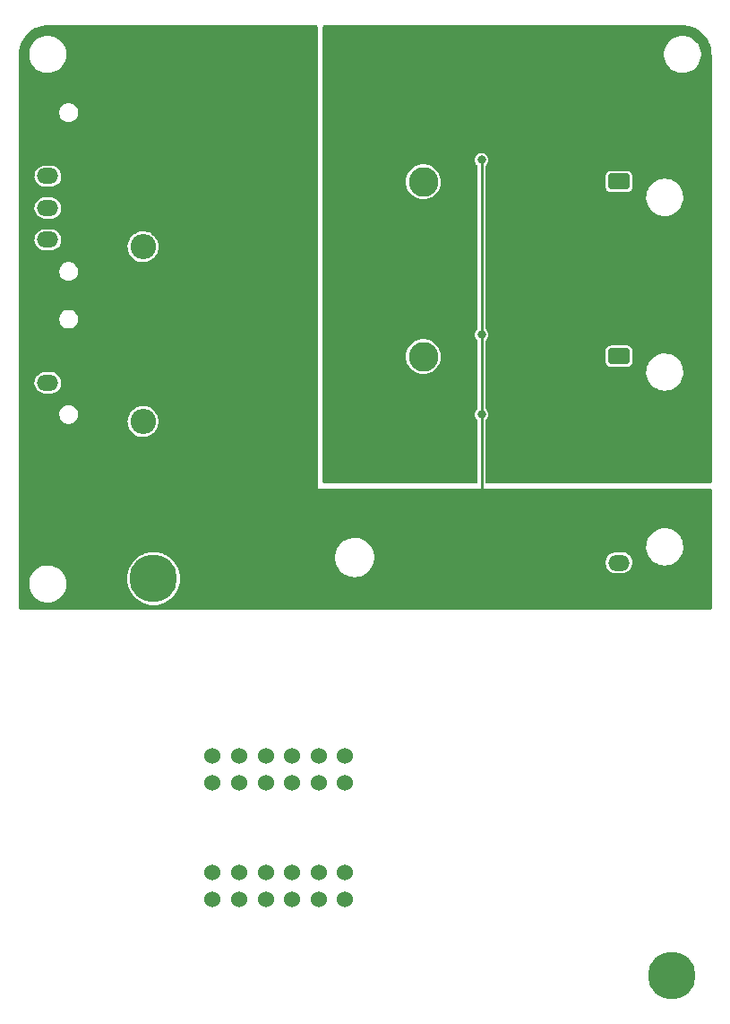
<source format=gbl>
G04 #@! TF.GenerationSoftware,KiCad,Pcbnew,(6.0.7)*
G04 #@! TF.CreationDate,2023-02-11T16:50:08-06:00*
G04 #@! TF.ProjectId,ContactorDriver,436f6e74-6163-4746-9f72-447269766572,rev?*
G04 #@! TF.SameCoordinates,Original*
G04 #@! TF.FileFunction,Copper,L2,Bot*
G04 #@! TF.FilePolarity,Positive*
%FSLAX46Y46*%
G04 Gerber Fmt 4.6, Leading zero omitted, Abs format (unit mm)*
G04 Created by KiCad (PCBNEW (6.0.7)) date 2023-02-11 16:50:08*
%MOMM*%
%LPD*%
G01*
G04 APERTURE LIST*
G04 Aperture macros list*
%AMRoundRect*
0 Rectangle with rounded corners*
0 $1 Rounding radius*
0 $2 $3 $4 $5 $6 $7 $8 $9 X,Y pos of 4 corners*
0 Add a 4 corners polygon primitive as box body*
4,1,4,$2,$3,$4,$5,$6,$7,$8,$9,$2,$3,0*
0 Add four circle primitives for the rounded corners*
1,1,$1+$1,$2,$3*
1,1,$1+$1,$4,$5*
1,1,$1+$1,$6,$7*
1,1,$1+$1,$8,$9*
0 Add four rect primitives between the rounded corners*
20,1,$1+$1,$2,$3,$4,$5,0*
20,1,$1+$1,$4,$5,$6,$7,0*
20,1,$1+$1,$6,$7,$8,$9,0*
20,1,$1+$1,$8,$9,$2,$3,0*%
G04 Aperture macros list end*
G04 #@! TA.AperFunction,ComponentPad*
%ADD10R,2.400000X2.400000*%
G04 #@! TD*
G04 #@! TA.AperFunction,ComponentPad*
%ADD11O,2.400000X2.400000*%
G04 #@! TD*
G04 #@! TA.AperFunction,ComponentPad*
%ADD12RoundRect,0.250001X-0.759999X0.499999X-0.759999X-0.499999X0.759999X-0.499999X0.759999X0.499999X0*%
G04 #@! TD*
G04 #@! TA.AperFunction,ComponentPad*
%ADD13O,2.020000X1.500000*%
G04 #@! TD*
G04 #@! TA.AperFunction,ComponentPad*
%ADD14C,2.800000*%
G04 #@! TD*
G04 #@! TA.AperFunction,ComponentPad*
%ADD15C,1.528064*%
G04 #@! TD*
G04 #@! TA.AperFunction,ComponentPad*
%ADD16C,4.500880*%
G04 #@! TD*
G04 #@! TA.AperFunction,ViaPad*
%ADD17C,0.800000*%
G04 #@! TD*
G04 #@! TA.AperFunction,Conductor*
%ADD18C,0.250000*%
G04 #@! TD*
G04 APERTURE END LIST*
D10*
X176000000Y-79000000D03*
D11*
X176000000Y-89160000D03*
D10*
X176000000Y-95500000D03*
D11*
X176000000Y-105660000D03*
D12*
X167000000Y-79500000D03*
D13*
X167000000Y-82500000D03*
X167000000Y-85500000D03*
X167000000Y-88500000D03*
D12*
X221000000Y-99500000D03*
D13*
X221000000Y-102500000D03*
D12*
X167000000Y-99000000D03*
D13*
X167000000Y-102000000D03*
D14*
X202500000Y-83025000D03*
X183000000Y-73250000D03*
X202600000Y-73250000D03*
X202500000Y-99525000D03*
D15*
X195088413Y-137250027D03*
X192588418Y-137250027D03*
X190088423Y-137250027D03*
X187588428Y-137250027D03*
X185088433Y-137250027D03*
X182588438Y-137250027D03*
X195088413Y-139750022D03*
X192588418Y-139750022D03*
X190088423Y-139750022D03*
X187588428Y-139750022D03*
X185088433Y-139750022D03*
X182588438Y-139750022D03*
X195088413Y-148250030D03*
X192588418Y-148250030D03*
X190088423Y-148250030D03*
X187588428Y-148250030D03*
X185088433Y-148250030D03*
X182588438Y-148250030D03*
X195088413Y-150750025D03*
X192588418Y-150750025D03*
X190088423Y-150750025D03*
X187588428Y-150750025D03*
X185088433Y-150750025D03*
X182588438Y-150750025D03*
D16*
X226000000Y-158000000D03*
D12*
X221000000Y-116000000D03*
D13*
X221000000Y-119000000D03*
D12*
X221000000Y-83000000D03*
D13*
X221000000Y-86000000D03*
D16*
X177000000Y-120500000D03*
D17*
X208000000Y-80975000D03*
X208000000Y-97475000D03*
X208000000Y-105000000D03*
X208000000Y-114000000D03*
D18*
X208000000Y-105000000D02*
X208000000Y-97475000D01*
X208000000Y-97475000D02*
X208000000Y-80975000D01*
X208000000Y-105000000D02*
X208000000Y-114000000D01*
G04 #@! TA.AperFunction,Conductor*
G36*
X192442121Y-68270502D02*
G01*
X192488614Y-68324158D01*
X192500000Y-68376500D01*
X192500000Y-112000000D01*
X229623500Y-112000000D01*
X229691621Y-112020002D01*
X229738114Y-112073658D01*
X229749500Y-112126000D01*
X229749500Y-123274000D01*
X229729498Y-123342121D01*
X229675842Y-123388614D01*
X229623500Y-123400000D01*
X164376500Y-123400000D01*
X164308379Y-123379998D01*
X164261886Y-123326342D01*
X164250500Y-123274000D01*
X164250500Y-121107165D01*
X165247866Y-121107165D01*
X165282952Y-121364970D01*
X165355758Y-121614757D01*
X165464686Y-121851039D01*
X165467246Y-121854944D01*
X165467249Y-121854949D01*
X165604775Y-122064712D01*
X165604779Y-122064717D01*
X165607341Y-122068625D01*
X165780591Y-122262735D01*
X165980629Y-122429105D01*
X166203061Y-122564080D01*
X166207375Y-122565889D01*
X166207377Y-122565890D01*
X166438686Y-122662886D01*
X166438691Y-122662888D01*
X166443001Y-122664695D01*
X166447533Y-122665846D01*
X166447536Y-122665847D01*
X166572815Y-122697663D01*
X166695177Y-122728739D01*
X166911286Y-122750500D01*
X167066044Y-122750500D01*
X167068369Y-122750327D01*
X167068375Y-122750327D01*
X167254814Y-122736472D01*
X167254818Y-122736471D01*
X167259466Y-122736126D01*
X167513232Y-122678705D01*
X167517586Y-122677012D01*
X167751370Y-122586098D01*
X167751372Y-122586097D01*
X167755723Y-122584405D01*
X167791285Y-122564080D01*
X167839038Y-122536786D01*
X167981612Y-122455299D01*
X168185936Y-122294223D01*
X168364208Y-122104714D01*
X168512511Y-121890937D01*
X168530258Y-121854949D01*
X168625521Y-121661775D01*
X168625522Y-121661772D01*
X168627586Y-121657587D01*
X168706906Y-121409792D01*
X168748728Y-121152994D01*
X168752134Y-120892835D01*
X168717048Y-120635030D01*
X168677690Y-120500000D01*
X174494115Y-120500000D01*
X174513875Y-120814071D01*
X174572842Y-121123188D01*
X174574069Y-121126964D01*
X174664469Y-121405186D01*
X174670087Y-121422478D01*
X174671774Y-121426064D01*
X174671776Y-121426068D01*
X174802388Y-121703633D01*
X174802392Y-121703640D01*
X174804076Y-121707219D01*
X174972696Y-121972922D01*
X175173288Y-122215396D01*
X175402689Y-122430818D01*
X175657280Y-122615789D01*
X175933046Y-122767393D01*
X176225639Y-122883238D01*
X176229473Y-122884223D01*
X176229478Y-122884224D01*
X176378042Y-122922369D01*
X176530444Y-122961499D01*
X176534372Y-122961995D01*
X176534376Y-122961996D01*
X176658260Y-122977646D01*
X176842654Y-123000940D01*
X177157346Y-123000940D01*
X177341740Y-122977646D01*
X177465624Y-122961996D01*
X177465628Y-122961995D01*
X177469556Y-122961499D01*
X177621959Y-122922368D01*
X177770522Y-122884224D01*
X177770527Y-122884223D01*
X177774361Y-122883238D01*
X178066954Y-122767393D01*
X178342720Y-122615789D01*
X178597311Y-122430818D01*
X178826712Y-122215396D01*
X179027304Y-121972922D01*
X179195924Y-121707219D01*
X179197608Y-121703640D01*
X179197612Y-121703633D01*
X179328224Y-121426068D01*
X179328226Y-121426064D01*
X179329913Y-121422478D01*
X179335532Y-121405186D01*
X179425931Y-121126964D01*
X179427158Y-121123188D01*
X179486125Y-120814071D01*
X179505885Y-120500000D01*
X179486125Y-120185929D01*
X179427158Y-119876812D01*
X179329913Y-119577522D01*
X179326795Y-119570895D01*
X179197612Y-119296367D01*
X179197608Y-119296360D01*
X179195924Y-119292781D01*
X179027304Y-119027078D01*
X178826712Y-118784604D01*
X178597311Y-118569182D01*
X178583501Y-118559148D01*
X178560029Y-118542095D01*
X194145028Y-118542095D01*
X194170534Y-118809431D01*
X194171619Y-118813865D01*
X194171620Y-118813871D01*
X194206227Y-118955299D01*
X194234364Y-119070285D01*
X194236076Y-119074511D01*
X194236077Y-119074515D01*
X194307231Y-119250184D01*
X194335182Y-119319192D01*
X194470875Y-119550938D01*
X194580873Y-119688484D01*
X194585225Y-119693925D01*
X194638601Y-119760669D01*
X194834846Y-119943991D01*
X194916165Y-120000404D01*
X195051746Y-120094461D01*
X195051751Y-120094464D01*
X195055499Y-120097064D01*
X195059584Y-120099096D01*
X195059587Y-120099098D01*
X195175719Y-120156872D01*
X195295938Y-120216680D01*
X195300272Y-120218101D01*
X195300275Y-120218102D01*
X195546793Y-120298915D01*
X195546798Y-120298916D01*
X195551126Y-120300335D01*
X195555617Y-120301115D01*
X195555618Y-120301115D01*
X195811936Y-120345620D01*
X195811944Y-120345621D01*
X195815717Y-120346276D01*
X195819554Y-120346467D01*
X195898996Y-120350422D01*
X195899004Y-120350422D01*
X195900567Y-120350500D01*
X196068223Y-120350500D01*
X196070491Y-120350335D01*
X196070503Y-120350335D01*
X196200823Y-120340879D01*
X196267846Y-120336016D01*
X196272301Y-120335032D01*
X196272304Y-120335032D01*
X196525620Y-120279105D01*
X196525624Y-120279104D01*
X196530080Y-120278120D01*
X196762954Y-120189892D01*
X196776941Y-120184593D01*
X196776944Y-120184592D01*
X196781211Y-120182975D01*
X197015976Y-120052574D01*
X197104362Y-119985120D01*
X197225833Y-119892417D01*
X197225837Y-119892413D01*
X197229458Y-119889650D01*
X197238195Y-119880713D01*
X197378424Y-119737265D01*
X197417185Y-119697614D01*
X197575225Y-119480491D01*
X197634659Y-119367525D01*
X197698140Y-119246868D01*
X197698143Y-119246862D01*
X197700265Y-119242828D01*
X197705241Y-119228739D01*
X197768668Y-119049126D01*
X219735541Y-119049126D01*
X219765935Y-119250097D01*
X219836119Y-119440852D01*
X219839479Y-119446272D01*
X219839480Y-119446273D01*
X219939863Y-119608176D01*
X219939866Y-119608180D01*
X219943226Y-119613599D01*
X219947612Y-119618237D01*
X220033612Y-119709179D01*
X220082881Y-119761280D01*
X220249379Y-119877863D01*
X220435919Y-119958586D01*
X220481947Y-119968202D01*
X220630144Y-119999162D01*
X220630149Y-119999163D01*
X220634880Y-120000151D01*
X220639762Y-120000407D01*
X220639871Y-120000413D01*
X220639887Y-120000413D01*
X220641539Y-120000500D01*
X221310800Y-120000500D01*
X221358793Y-119995625D01*
X221455868Y-119985765D01*
X221455870Y-119985765D01*
X221462216Y-119985120D01*
X221656172Y-119924338D01*
X221833944Y-119825797D01*
X221988271Y-119693523D01*
X222112848Y-119532919D01*
X222202587Y-119350545D01*
X222210754Y-119319192D01*
X222252212Y-119160034D01*
X222252212Y-119160031D01*
X222253822Y-119153852D01*
X222258434Y-119065851D01*
X222264125Y-118957256D01*
X222264125Y-118957252D01*
X222264459Y-118950874D01*
X222234065Y-118749903D01*
X222163881Y-118559148D01*
X222110345Y-118472802D01*
X222060137Y-118391824D01*
X222060134Y-118391820D01*
X222056774Y-118386401D01*
X221917119Y-118238720D01*
X221750621Y-118122137D01*
X221564081Y-118041414D01*
X221518053Y-118031798D01*
X221369856Y-118000838D01*
X221369851Y-118000837D01*
X221365120Y-117999849D01*
X221360238Y-117999593D01*
X221360129Y-117999587D01*
X221360113Y-117999587D01*
X221358461Y-117999500D01*
X220689200Y-117999500D01*
X220641207Y-118004375D01*
X220544132Y-118014235D01*
X220544130Y-118014235D01*
X220537784Y-118014880D01*
X220343828Y-118075662D01*
X220166056Y-118174203D01*
X220011729Y-118306477D01*
X219887152Y-118467081D01*
X219797413Y-118649455D01*
X219795804Y-118655633D01*
X219795803Y-118655635D01*
X219754586Y-118813871D01*
X219746178Y-118846148D01*
X219745844Y-118852527D01*
X219740610Y-118952407D01*
X219735541Y-119049126D01*
X197768668Y-119049126D01*
X197788165Y-118993916D01*
X197788165Y-118993915D01*
X197789688Y-118989603D01*
X197827628Y-118797114D01*
X197840739Y-118730594D01*
X197840740Y-118730588D01*
X197841620Y-118726122D01*
X197847664Y-118604714D01*
X197854745Y-118462474D01*
X197854745Y-118462468D01*
X197854972Y-118457905D01*
X197829466Y-118190569D01*
X197826479Y-118178359D01*
X197766721Y-117934149D01*
X197765636Y-117929715D01*
X197757567Y-117909792D01*
X197666531Y-117685037D01*
X197666531Y-117685036D01*
X197664818Y-117680808D01*
X197621698Y-117607165D01*
X223567866Y-117607165D01*
X223602952Y-117864970D01*
X223675758Y-118114757D01*
X223677718Y-118119010D01*
X223677719Y-118119011D01*
X223679160Y-118122137D01*
X223784686Y-118351039D01*
X223787246Y-118354944D01*
X223787249Y-118354949D01*
X223924775Y-118564712D01*
X223924779Y-118564717D01*
X223927341Y-118568625D01*
X224013966Y-118665680D01*
X224067913Y-118726122D01*
X224100591Y-118762735D01*
X224300629Y-118929105D01*
X224523061Y-119064080D01*
X224527375Y-119065889D01*
X224527377Y-119065890D01*
X224758686Y-119162886D01*
X224758691Y-119162888D01*
X224763001Y-119164695D01*
X224767533Y-119165846D01*
X224767536Y-119165847D01*
X224892815Y-119197663D01*
X225015177Y-119228739D01*
X225231286Y-119250500D01*
X225386044Y-119250500D01*
X225388369Y-119250327D01*
X225388375Y-119250327D01*
X225574814Y-119236472D01*
X225574818Y-119236471D01*
X225579466Y-119236126D01*
X225833232Y-119178705D01*
X225837586Y-119177012D01*
X226071370Y-119086098D01*
X226071372Y-119086097D01*
X226075723Y-119084405D01*
X226111285Y-119064080D01*
X226249434Y-118985121D01*
X226301612Y-118955299D01*
X226505936Y-118794223D01*
X226684208Y-118604714D01*
X226832511Y-118390937D01*
X226834579Y-118386744D01*
X226945521Y-118161775D01*
X226945522Y-118161772D01*
X226947586Y-118157587D01*
X226957762Y-118125799D01*
X227019109Y-117934149D01*
X227026906Y-117909792D01*
X227052420Y-117753132D01*
X227067977Y-117657606D01*
X227067977Y-117657605D01*
X227068728Y-117652994D01*
X227072134Y-117392835D01*
X227037048Y-117135030D01*
X227029855Y-117110350D01*
X227013258Y-117053410D01*
X226964242Y-116885243D01*
X226855314Y-116648961D01*
X226826637Y-116605221D01*
X226715225Y-116435288D01*
X226715221Y-116435283D01*
X226712659Y-116431375D01*
X226539409Y-116237265D01*
X226339371Y-116070895D01*
X226116939Y-115935920D01*
X226112623Y-115934110D01*
X225881314Y-115837114D01*
X225881309Y-115837112D01*
X225876999Y-115835305D01*
X225872467Y-115834154D01*
X225872464Y-115834153D01*
X225747185Y-115802337D01*
X225624823Y-115771261D01*
X225408714Y-115749500D01*
X225253956Y-115749500D01*
X225251631Y-115749673D01*
X225251625Y-115749673D01*
X225065186Y-115763528D01*
X225065182Y-115763529D01*
X225060534Y-115763874D01*
X224806768Y-115821295D01*
X224802416Y-115822987D01*
X224802414Y-115822988D01*
X224568630Y-115913902D01*
X224568628Y-115913903D01*
X224564277Y-115915595D01*
X224560223Y-115917912D01*
X224560221Y-115917913D01*
X224524467Y-115938348D01*
X224338388Y-116044701D01*
X224134064Y-116205777D01*
X223955792Y-116395286D01*
X223807489Y-116609063D01*
X223805423Y-116613253D01*
X223805421Y-116613256D01*
X223703841Y-116819242D01*
X223692414Y-116842413D01*
X223613094Y-117090208D01*
X223612344Y-117094814D01*
X223579070Y-117299127D01*
X223571272Y-117347006D01*
X223567866Y-117607165D01*
X197621698Y-117607165D01*
X197529125Y-117449062D01*
X197418211Y-117310371D01*
X197364251Y-117242897D01*
X197364250Y-117242895D01*
X197361399Y-117239331D01*
X197165154Y-117056009D01*
X197005436Y-116945208D01*
X196948254Y-116905539D01*
X196948249Y-116905536D01*
X196944501Y-116902936D01*
X196940416Y-116900904D01*
X196940413Y-116900902D01*
X196768560Y-116815407D01*
X196704062Y-116783320D01*
X196699728Y-116781899D01*
X196699725Y-116781898D01*
X196453207Y-116701085D01*
X196453202Y-116701084D01*
X196448874Y-116699665D01*
X196444382Y-116698885D01*
X196188064Y-116654380D01*
X196188056Y-116654379D01*
X196184283Y-116653724D01*
X196173898Y-116653207D01*
X196101004Y-116649578D01*
X196100996Y-116649578D01*
X196099433Y-116649500D01*
X195931777Y-116649500D01*
X195929509Y-116649665D01*
X195929497Y-116649665D01*
X195799177Y-116659121D01*
X195732154Y-116663984D01*
X195727699Y-116664968D01*
X195727696Y-116664968D01*
X195474380Y-116720895D01*
X195474376Y-116720896D01*
X195469920Y-116721880D01*
X195344355Y-116769452D01*
X195223059Y-116815407D01*
X195223056Y-116815408D01*
X195218789Y-116817025D01*
X194984024Y-116947426D01*
X194980392Y-116950198D01*
X194774167Y-117107583D01*
X194774163Y-117107587D01*
X194770542Y-117110350D01*
X194582815Y-117302386D01*
X194424775Y-117519509D01*
X194422651Y-117523547D01*
X194301860Y-117753132D01*
X194301857Y-117753138D01*
X194299735Y-117757172D01*
X194298215Y-117761477D01*
X194298213Y-117761481D01*
X194214160Y-117999500D01*
X194210312Y-118010397D01*
X194189743Y-118114757D01*
X194165310Y-118238720D01*
X194158380Y-118273878D01*
X194158153Y-118278431D01*
X194158153Y-118278434D01*
X194148992Y-118462474D01*
X194145028Y-118542095D01*
X178560029Y-118542095D01*
X178437880Y-118453349D01*
X178342720Y-118384211D01*
X178338268Y-118381763D01*
X178193770Y-118302325D01*
X178066954Y-118232607D01*
X177774361Y-118116762D01*
X177770527Y-118115777D01*
X177770522Y-118115776D01*
X177606845Y-118073751D01*
X177469556Y-118038501D01*
X177465628Y-118038005D01*
X177465624Y-118038004D01*
X177341740Y-118022354D01*
X177157346Y-117999060D01*
X176842654Y-117999060D01*
X176658260Y-118022354D01*
X176534376Y-118038004D01*
X176534372Y-118038005D01*
X176530444Y-118038501D01*
X176393155Y-118073751D01*
X176229478Y-118115776D01*
X176229473Y-118115777D01*
X176225639Y-118116762D01*
X175933046Y-118232607D01*
X175806230Y-118302325D01*
X175661733Y-118381763D01*
X175657280Y-118384211D01*
X175562120Y-118453349D01*
X175416500Y-118559148D01*
X175402689Y-118569182D01*
X175173288Y-118784604D01*
X174972696Y-119027078D01*
X174804076Y-119292781D01*
X174802392Y-119296360D01*
X174802388Y-119296367D01*
X174673205Y-119570895D01*
X174670087Y-119577522D01*
X174572842Y-119876812D01*
X174513875Y-120185929D01*
X174494115Y-120500000D01*
X168677690Y-120500000D01*
X168644242Y-120385243D01*
X168625976Y-120345620D01*
X168594111Y-120276502D01*
X168535314Y-120148961D01*
X168501289Y-120097064D01*
X168395225Y-119935288D01*
X168395221Y-119935283D01*
X168392659Y-119931375D01*
X168219409Y-119737265D01*
X168019371Y-119570895D01*
X167796939Y-119435920D01*
X167792623Y-119434110D01*
X167561314Y-119337114D01*
X167561309Y-119337112D01*
X167556999Y-119335305D01*
X167552467Y-119334154D01*
X167552464Y-119334153D01*
X167376380Y-119289434D01*
X167304823Y-119271261D01*
X167088714Y-119249500D01*
X166933956Y-119249500D01*
X166931631Y-119249673D01*
X166931625Y-119249673D01*
X166745186Y-119263528D01*
X166745182Y-119263529D01*
X166740534Y-119263874D01*
X166486768Y-119321295D01*
X166482416Y-119322987D01*
X166482414Y-119322988D01*
X166248630Y-119413902D01*
X166248628Y-119413903D01*
X166244277Y-119415595D01*
X166240223Y-119417912D01*
X166240221Y-119417913D01*
X166160962Y-119463214D01*
X166018388Y-119544701D01*
X165814064Y-119705777D01*
X165635792Y-119895286D01*
X165487489Y-120109063D01*
X165485423Y-120113253D01*
X165485421Y-120113256D01*
X165375569Y-120336016D01*
X165372414Y-120342413D01*
X165293094Y-120590208D01*
X165251272Y-120847006D01*
X165247866Y-121107165D01*
X164250500Y-121107165D01*
X164250500Y-105093070D01*
X168074500Y-105093070D01*
X168113200Y-105275142D01*
X168115883Y-105281168D01*
X168163124Y-105387272D01*
X168188910Y-105445189D01*
X168298320Y-105595779D01*
X168303230Y-105600200D01*
X168303231Y-105600201D01*
X168369645Y-105660000D01*
X168436649Y-105720331D01*
X168597851Y-105813401D01*
X168604137Y-105815443D01*
X168604136Y-105815443D01*
X168768601Y-105868881D01*
X168768602Y-105868881D01*
X168774880Y-105870921D01*
X168781443Y-105871611D01*
X168781444Y-105871611D01*
X168804808Y-105874067D01*
X168913589Y-105885500D01*
X169006411Y-105885500D01*
X169115192Y-105874067D01*
X169138556Y-105871611D01*
X169138557Y-105871611D01*
X169145120Y-105870921D01*
X169151398Y-105868881D01*
X169151399Y-105868881D01*
X169315864Y-105815443D01*
X169315863Y-105815443D01*
X169322149Y-105813401D01*
X169483351Y-105720331D01*
X169550356Y-105660000D01*
X169589849Y-105624440D01*
X174544963Y-105624440D01*
X174545260Y-105629592D01*
X174545260Y-105629596D01*
X174558396Y-105857403D01*
X174558397Y-105857409D01*
X174558694Y-105862562D01*
X174611131Y-106095245D01*
X174613075Y-106100032D01*
X174613076Y-106100036D01*
X174651960Y-106195795D01*
X174700867Y-106316239D01*
X174825493Y-106519609D01*
X174981660Y-106699894D01*
X175165176Y-106852252D01*
X175371112Y-106972591D01*
X175593937Y-107057680D01*
X175599005Y-107058711D01*
X175599008Y-107058712D01*
X175714267Y-107082162D01*
X175827666Y-107105233D01*
X175832839Y-107105423D01*
X175832842Y-107105423D01*
X176060861Y-107113784D01*
X176060865Y-107113784D01*
X176066025Y-107113973D01*
X176071146Y-107113317D01*
X176297489Y-107084321D01*
X176297490Y-107084321D01*
X176302609Y-107083665D01*
X176531068Y-107015125D01*
X176745264Y-106910191D01*
X176826492Y-106852252D01*
X176935242Y-106774681D01*
X176939445Y-106771683D01*
X177108397Y-106603320D01*
X177247582Y-106409623D01*
X177296106Y-106311444D01*
X177350969Y-106200437D01*
X177350970Y-106200435D01*
X177353263Y-106195795D01*
X177422600Y-105967577D01*
X177435594Y-105868881D01*
X177453296Y-105734421D01*
X177453297Y-105734414D01*
X177453733Y-105731099D01*
X177455471Y-105660000D01*
X177447755Y-105566143D01*
X177436351Y-105427435D01*
X177436350Y-105427429D01*
X177435927Y-105422284D01*
X177406874Y-105306618D01*
X177379080Y-105195963D01*
X177379079Y-105195959D01*
X177377821Y-105190952D01*
X177365415Y-105162420D01*
X177284772Y-104976953D01*
X177284770Y-104976950D01*
X177282712Y-104972216D01*
X177153155Y-104771951D01*
X177124360Y-104740305D01*
X176996107Y-104599358D01*
X176996105Y-104599357D01*
X176992629Y-104595536D01*
X176988578Y-104592337D01*
X176988574Y-104592333D01*
X176809500Y-104450909D01*
X176809496Y-104450907D01*
X176805445Y-104447707D01*
X176766125Y-104426001D01*
X176749682Y-104416924D01*
X176596631Y-104332436D01*
X176591762Y-104330712D01*
X176591758Y-104330710D01*
X176376663Y-104254541D01*
X176376661Y-104254540D01*
X176371794Y-104252817D01*
X176254383Y-104231903D01*
X176142060Y-104211894D01*
X176142056Y-104211894D01*
X176136972Y-104210988D01*
X176053140Y-104209964D01*
X175903640Y-104208137D01*
X175903638Y-104208137D01*
X175898471Y-104208074D01*
X175662698Y-104244153D01*
X175435982Y-104318255D01*
X175431394Y-104320643D01*
X175431390Y-104320645D01*
X175229003Y-104426001D01*
X175224414Y-104428390D01*
X175220281Y-104431493D01*
X175220278Y-104431495D01*
X175063153Y-104549469D01*
X175033675Y-104571602D01*
X174868887Y-104744042D01*
X174734475Y-104941082D01*
X174634051Y-105157428D01*
X174570309Y-105387272D01*
X174569760Y-105392409D01*
X174563549Y-105450531D01*
X174544963Y-105624440D01*
X169589849Y-105624440D01*
X169616769Y-105600201D01*
X169616770Y-105600200D01*
X169621680Y-105595779D01*
X169731090Y-105445189D01*
X169756877Y-105387272D01*
X169804117Y-105281168D01*
X169806800Y-105275142D01*
X169845500Y-105093070D01*
X169845500Y-104906930D01*
X169810878Y-104744042D01*
X169808172Y-104731311D01*
X169808171Y-104731307D01*
X169806800Y-104724858D01*
X169738566Y-104571602D01*
X169733775Y-104560841D01*
X169733774Y-104560839D01*
X169731090Y-104554811D01*
X169655601Y-104450909D01*
X169625563Y-104409565D01*
X169625561Y-104409563D01*
X169621680Y-104404221D01*
X169540038Y-104330710D01*
X169488259Y-104284088D01*
X169488258Y-104284087D01*
X169483351Y-104279669D01*
X169322149Y-104186599D01*
X169248661Y-104162722D01*
X169151399Y-104131119D01*
X169151398Y-104131119D01*
X169145120Y-104129079D01*
X169138557Y-104128389D01*
X169138556Y-104128389D01*
X169115192Y-104125933D01*
X169006411Y-104114500D01*
X168913589Y-104114500D01*
X168804808Y-104125933D01*
X168781444Y-104128389D01*
X168781443Y-104128389D01*
X168774880Y-104129079D01*
X168768602Y-104131119D01*
X168768601Y-104131119D01*
X168671339Y-104162722D01*
X168597851Y-104186599D01*
X168436649Y-104279669D01*
X168431742Y-104284087D01*
X168431741Y-104284088D01*
X168379962Y-104330710D01*
X168298320Y-104404221D01*
X168294439Y-104409563D01*
X168294437Y-104409565D01*
X168264399Y-104450909D01*
X168188910Y-104554811D01*
X168186226Y-104560839D01*
X168186225Y-104560841D01*
X168181434Y-104571602D01*
X168113200Y-104724858D01*
X168111829Y-104731307D01*
X168111828Y-104731311D01*
X168109122Y-104744042D01*
X168074500Y-104906930D01*
X168074500Y-105093070D01*
X164250500Y-105093070D01*
X164250500Y-102049126D01*
X165735541Y-102049126D01*
X165765935Y-102250097D01*
X165836119Y-102440852D01*
X165839479Y-102446272D01*
X165839480Y-102446273D01*
X165939863Y-102608176D01*
X165939866Y-102608180D01*
X165943226Y-102613599D01*
X165947612Y-102618237D01*
X166052109Y-102728739D01*
X166082881Y-102761280D01*
X166249379Y-102877863D01*
X166435919Y-102958586D01*
X166481947Y-102968202D01*
X166630144Y-102999162D01*
X166630149Y-102999163D01*
X166634880Y-103000151D01*
X166639762Y-103000407D01*
X166639871Y-103000413D01*
X166639887Y-103000413D01*
X166641539Y-103000500D01*
X167310800Y-103000500D01*
X167358793Y-102995625D01*
X167455868Y-102985765D01*
X167455870Y-102985765D01*
X167462216Y-102985120D01*
X167656172Y-102924338D01*
X167833944Y-102825797D01*
X167988271Y-102693523D01*
X168112848Y-102532919D01*
X168202587Y-102350545D01*
X168228752Y-102250097D01*
X168252212Y-102160034D01*
X168252212Y-102160031D01*
X168253822Y-102153852D01*
X168264459Y-101950874D01*
X168234065Y-101749903D01*
X168229951Y-101738720D01*
X168184341Y-101614757D01*
X168163881Y-101559148D01*
X168136434Y-101514880D01*
X168060137Y-101391824D01*
X168060134Y-101391820D01*
X168056774Y-101386401D01*
X167917119Y-101238720D01*
X167750621Y-101122137D01*
X167564081Y-101041414D01*
X167518053Y-101031798D01*
X167369856Y-101000838D01*
X167369851Y-101000837D01*
X167365120Y-100999849D01*
X167360238Y-100999593D01*
X167360129Y-100999587D01*
X167360113Y-100999587D01*
X167358461Y-100999500D01*
X166689200Y-100999500D01*
X166641207Y-101004375D01*
X166544132Y-101014235D01*
X166544130Y-101014235D01*
X166537784Y-101014880D01*
X166343828Y-101075662D01*
X166166056Y-101174203D01*
X166011729Y-101306477D01*
X165887152Y-101467081D01*
X165838903Y-101565137D01*
X165814487Y-101614757D01*
X165797413Y-101649455D01*
X165795804Y-101655633D01*
X165795803Y-101655635D01*
X165756512Y-101806477D01*
X165746178Y-101846148D01*
X165745844Y-101852527D01*
X165739841Y-101967081D01*
X165735541Y-102049126D01*
X164250500Y-102049126D01*
X164250500Y-96093070D01*
X168074500Y-96093070D01*
X168113200Y-96275142D01*
X168188910Y-96445189D01*
X168298320Y-96595779D01*
X168436649Y-96720331D01*
X168597851Y-96813401D01*
X168604137Y-96815443D01*
X168604136Y-96815443D01*
X168768601Y-96868881D01*
X168768602Y-96868881D01*
X168774880Y-96870921D01*
X168781443Y-96871611D01*
X168781444Y-96871611D01*
X168804808Y-96874067D01*
X168913589Y-96885500D01*
X169006411Y-96885500D01*
X169115192Y-96874067D01*
X169138556Y-96871611D01*
X169138557Y-96871611D01*
X169145120Y-96870921D01*
X169151398Y-96868881D01*
X169151399Y-96868881D01*
X169315864Y-96815443D01*
X169315863Y-96815443D01*
X169322149Y-96813401D01*
X169483351Y-96720331D01*
X169621680Y-96595779D01*
X169731090Y-96445189D01*
X169806800Y-96275142D01*
X169845500Y-96093070D01*
X169845500Y-95906930D01*
X169806800Y-95724858D01*
X169731090Y-95554811D01*
X169621680Y-95404221D01*
X169483351Y-95279669D01*
X169322149Y-95186599D01*
X169248661Y-95162722D01*
X169151399Y-95131119D01*
X169151398Y-95131119D01*
X169145120Y-95129079D01*
X169138557Y-95128389D01*
X169138556Y-95128389D01*
X169115192Y-95125933D01*
X169006411Y-95114500D01*
X168913589Y-95114500D01*
X168804808Y-95125933D01*
X168781444Y-95128389D01*
X168781443Y-95128389D01*
X168774880Y-95129079D01*
X168768602Y-95131119D01*
X168768601Y-95131119D01*
X168671339Y-95162722D01*
X168597851Y-95186599D01*
X168436649Y-95279669D01*
X168298320Y-95404221D01*
X168188910Y-95554811D01*
X168113200Y-95724858D01*
X168074500Y-95906930D01*
X168074500Y-96093070D01*
X164250500Y-96093070D01*
X164250500Y-91593070D01*
X168074500Y-91593070D01*
X168113200Y-91775142D01*
X168188910Y-91945189D01*
X168298320Y-92095779D01*
X168436649Y-92220331D01*
X168597851Y-92313401D01*
X168604137Y-92315443D01*
X168604136Y-92315443D01*
X168768601Y-92368881D01*
X168768602Y-92368881D01*
X168774880Y-92370921D01*
X168781443Y-92371611D01*
X168781444Y-92371611D01*
X168804808Y-92374067D01*
X168913589Y-92385500D01*
X169006411Y-92385500D01*
X169115192Y-92374067D01*
X169138556Y-92371611D01*
X169138557Y-92371611D01*
X169145120Y-92370921D01*
X169151398Y-92368881D01*
X169151399Y-92368881D01*
X169315864Y-92315443D01*
X169315863Y-92315443D01*
X169322149Y-92313401D01*
X169483351Y-92220331D01*
X169621680Y-92095779D01*
X169731090Y-91945189D01*
X169806800Y-91775142D01*
X169845500Y-91593070D01*
X169845500Y-91406930D01*
X169806800Y-91224858D01*
X169731090Y-91054811D01*
X169621680Y-90904221D01*
X169483351Y-90779669D01*
X169322149Y-90686599D01*
X169248661Y-90662722D01*
X169151399Y-90631119D01*
X169151398Y-90631119D01*
X169145120Y-90629079D01*
X169138557Y-90628389D01*
X169138556Y-90628389D01*
X169115192Y-90625933D01*
X169006411Y-90614500D01*
X168913589Y-90614500D01*
X168804808Y-90625933D01*
X168781444Y-90628389D01*
X168781443Y-90628389D01*
X168774880Y-90629079D01*
X168768602Y-90631119D01*
X168768601Y-90631119D01*
X168671339Y-90662722D01*
X168597851Y-90686599D01*
X168436649Y-90779669D01*
X168298320Y-90904221D01*
X168188910Y-91054811D01*
X168113200Y-91224858D01*
X168074500Y-91406930D01*
X168074500Y-91593070D01*
X164250500Y-91593070D01*
X164250500Y-88549126D01*
X165735541Y-88549126D01*
X165765935Y-88750097D01*
X165836119Y-88940852D01*
X165839479Y-88946272D01*
X165839480Y-88946273D01*
X165939863Y-89108176D01*
X165939866Y-89108180D01*
X165943226Y-89113599D01*
X166082881Y-89261280D01*
X166249379Y-89377863D01*
X166435919Y-89458586D01*
X166454420Y-89462451D01*
X166630144Y-89499162D01*
X166630149Y-89499163D01*
X166634880Y-89500151D01*
X166639762Y-89500407D01*
X166639871Y-89500413D01*
X166639887Y-89500413D01*
X166641539Y-89500500D01*
X167310800Y-89500500D01*
X167358793Y-89495625D01*
X167455868Y-89485765D01*
X167455870Y-89485765D01*
X167462216Y-89485120D01*
X167656172Y-89424338D01*
X167833944Y-89325797D01*
X167988271Y-89193523D01*
X168041857Y-89124440D01*
X174544963Y-89124440D01*
X174545260Y-89129592D01*
X174545260Y-89129596D01*
X174558396Y-89357403D01*
X174558397Y-89357409D01*
X174558694Y-89362562D01*
X174611131Y-89595245D01*
X174613075Y-89600032D01*
X174613076Y-89600036D01*
X174651960Y-89695795D01*
X174700867Y-89816239D01*
X174825493Y-90019609D01*
X174981660Y-90199894D01*
X175165176Y-90352252D01*
X175371112Y-90472591D01*
X175593937Y-90557680D01*
X175599005Y-90558711D01*
X175599008Y-90558712D01*
X175714267Y-90582162D01*
X175827666Y-90605233D01*
X175832839Y-90605423D01*
X175832842Y-90605423D01*
X176060861Y-90613784D01*
X176060865Y-90613784D01*
X176066025Y-90613973D01*
X176071146Y-90613317D01*
X176297489Y-90584321D01*
X176297490Y-90584321D01*
X176302609Y-90583665D01*
X176531068Y-90515125D01*
X176745264Y-90410191D01*
X176826492Y-90352252D01*
X176935242Y-90274681D01*
X176939445Y-90271683D01*
X177108397Y-90103320D01*
X177247582Y-89909623D01*
X177296106Y-89811444D01*
X177350969Y-89700437D01*
X177350970Y-89700435D01*
X177353263Y-89695795D01*
X177412627Y-89500404D01*
X177421098Y-89472521D01*
X177421098Y-89472520D01*
X177422600Y-89467577D01*
X177428293Y-89424338D01*
X177453296Y-89234421D01*
X177453297Y-89234414D01*
X177453733Y-89231099D01*
X177455471Y-89160000D01*
X177444553Y-89027198D01*
X177436351Y-88927435D01*
X177436350Y-88927429D01*
X177435927Y-88922284D01*
X177392677Y-88750097D01*
X177379080Y-88695963D01*
X177379079Y-88695959D01*
X177377821Y-88690952D01*
X177365415Y-88662420D01*
X177284772Y-88476953D01*
X177284770Y-88476950D01*
X177282712Y-88472216D01*
X177153155Y-88271951D01*
X177124360Y-88240305D01*
X176996107Y-88099358D01*
X176996105Y-88099357D01*
X176992629Y-88095536D01*
X176988578Y-88092337D01*
X176988574Y-88092333D01*
X176809500Y-87950909D01*
X176809496Y-87950907D01*
X176805445Y-87947707D01*
X176766125Y-87926001D01*
X176749682Y-87916924D01*
X176596631Y-87832436D01*
X176591762Y-87830712D01*
X176591758Y-87830710D01*
X176376663Y-87754541D01*
X176376661Y-87754540D01*
X176371794Y-87752817D01*
X176254383Y-87731903D01*
X176142060Y-87711894D01*
X176142056Y-87711894D01*
X176136972Y-87710988D01*
X176053140Y-87709964D01*
X175903640Y-87708137D01*
X175903638Y-87708137D01*
X175898471Y-87708074D01*
X175662698Y-87744153D01*
X175435982Y-87818255D01*
X175431394Y-87820643D01*
X175431390Y-87820645D01*
X175229003Y-87926001D01*
X175224414Y-87928390D01*
X175220281Y-87931493D01*
X175220278Y-87931495D01*
X175037810Y-88068497D01*
X175033675Y-88071602D01*
X174868887Y-88244042D01*
X174734475Y-88441082D01*
X174634051Y-88657428D01*
X174570309Y-88887272D01*
X174569760Y-88892409D01*
X174545626Y-89118237D01*
X174544963Y-89124440D01*
X168041857Y-89124440D01*
X168112848Y-89032919D01*
X168202587Y-88850545D01*
X168228752Y-88750097D01*
X168252212Y-88660034D01*
X168252212Y-88660031D01*
X168253822Y-88653852D01*
X168259645Y-88542744D01*
X168264125Y-88457256D01*
X168264125Y-88457252D01*
X168264459Y-88450874D01*
X168234065Y-88249903D01*
X168163881Y-88059148D01*
X168110345Y-87972802D01*
X168060137Y-87891824D01*
X168060134Y-87891820D01*
X168056774Y-87886401D01*
X167929593Y-87751911D01*
X167921508Y-87743361D01*
X167921507Y-87743360D01*
X167917119Y-87738720D01*
X167750621Y-87622137D01*
X167564081Y-87541414D01*
X167518053Y-87531798D01*
X167369856Y-87500838D01*
X167369851Y-87500837D01*
X167365120Y-87499849D01*
X167360238Y-87499593D01*
X167360129Y-87499587D01*
X167360113Y-87499587D01*
X167358461Y-87499500D01*
X166689200Y-87499500D01*
X166641207Y-87504375D01*
X166544132Y-87514235D01*
X166544130Y-87514235D01*
X166537784Y-87514880D01*
X166343828Y-87575662D01*
X166166056Y-87674203D01*
X166011729Y-87806477D01*
X166007822Y-87811514D01*
X166007820Y-87811516D01*
X166002593Y-87818255D01*
X165887152Y-87967081D01*
X165797413Y-88149455D01*
X165795804Y-88155633D01*
X165795803Y-88155635D01*
X165764374Y-88276294D01*
X165746178Y-88346148D01*
X165735541Y-88549126D01*
X164250500Y-88549126D01*
X164250500Y-85549126D01*
X165735541Y-85549126D01*
X165765935Y-85750097D01*
X165836119Y-85940852D01*
X165839479Y-85946272D01*
X165839480Y-85946273D01*
X165939863Y-86108176D01*
X165939866Y-86108180D01*
X165943226Y-86113599D01*
X165947612Y-86118237D01*
X166052109Y-86228739D01*
X166082881Y-86261280D01*
X166249379Y-86377863D01*
X166435919Y-86458586D01*
X166481947Y-86468202D01*
X166630144Y-86499162D01*
X166630149Y-86499163D01*
X166634880Y-86500151D01*
X166639762Y-86500407D01*
X166639871Y-86500413D01*
X166639887Y-86500413D01*
X166641539Y-86500500D01*
X167310800Y-86500500D01*
X167358793Y-86495625D01*
X167455868Y-86485765D01*
X167455870Y-86485765D01*
X167462216Y-86485120D01*
X167656172Y-86424338D01*
X167833944Y-86325797D01*
X167988271Y-86193523D01*
X168112848Y-86032919D01*
X168202587Y-85850545D01*
X168228752Y-85750097D01*
X168252212Y-85660034D01*
X168252212Y-85660031D01*
X168253822Y-85653852D01*
X168264459Y-85450874D01*
X168234065Y-85249903D01*
X168229951Y-85238720D01*
X168184341Y-85114757D01*
X168163881Y-85059148D01*
X168136434Y-85014880D01*
X168060137Y-84891824D01*
X168060134Y-84891820D01*
X168056774Y-84886401D01*
X167917119Y-84738720D01*
X167750621Y-84622137D01*
X167564081Y-84541414D01*
X167518053Y-84531798D01*
X167369856Y-84500838D01*
X167369851Y-84500837D01*
X167365120Y-84499849D01*
X167360238Y-84499593D01*
X167360129Y-84499587D01*
X167360113Y-84499587D01*
X167358461Y-84499500D01*
X166689200Y-84499500D01*
X166641207Y-84504375D01*
X166544132Y-84514235D01*
X166544130Y-84514235D01*
X166537784Y-84514880D01*
X166343828Y-84575662D01*
X166166056Y-84674203D01*
X166011729Y-84806477D01*
X165887152Y-84967081D01*
X165838903Y-85065137D01*
X165814487Y-85114757D01*
X165797413Y-85149455D01*
X165795804Y-85155633D01*
X165795803Y-85155635D01*
X165756512Y-85306477D01*
X165746178Y-85346148D01*
X165745844Y-85352527D01*
X165739841Y-85467081D01*
X165735541Y-85549126D01*
X164250500Y-85549126D01*
X164250500Y-82549126D01*
X165735541Y-82549126D01*
X165765935Y-82750097D01*
X165836119Y-82940852D01*
X165839479Y-82946272D01*
X165839480Y-82946273D01*
X165939863Y-83108176D01*
X165939866Y-83108180D01*
X165943226Y-83113599D01*
X166082881Y-83261280D01*
X166249379Y-83377863D01*
X166435919Y-83458586D01*
X166481947Y-83468202D01*
X166630144Y-83499162D01*
X166630149Y-83499163D01*
X166634880Y-83500151D01*
X166639762Y-83500407D01*
X166639871Y-83500413D01*
X166639887Y-83500413D01*
X166641539Y-83500500D01*
X167310800Y-83500500D01*
X167358793Y-83495625D01*
X167455868Y-83485765D01*
X167455870Y-83485765D01*
X167462216Y-83485120D01*
X167656172Y-83424338D01*
X167833944Y-83325797D01*
X167988271Y-83193523D01*
X168112848Y-83032919D01*
X168202587Y-82850545D01*
X168228752Y-82750097D01*
X168252212Y-82660034D01*
X168252212Y-82660031D01*
X168253822Y-82653852D01*
X168264459Y-82450874D01*
X168234065Y-82249903D01*
X168163881Y-82059148D01*
X168159362Y-82051860D01*
X168060137Y-81891824D01*
X168060134Y-81891820D01*
X168056774Y-81886401D01*
X167917119Y-81738720D01*
X167750621Y-81622137D01*
X167564081Y-81541414D01*
X167518053Y-81531798D01*
X167369856Y-81500838D01*
X167369851Y-81500837D01*
X167365120Y-81499849D01*
X167360238Y-81499593D01*
X167360129Y-81499587D01*
X167360113Y-81499587D01*
X167358461Y-81499500D01*
X166689200Y-81499500D01*
X166641207Y-81504375D01*
X166544132Y-81514235D01*
X166544130Y-81514235D01*
X166537784Y-81514880D01*
X166343828Y-81575662D01*
X166166056Y-81674203D01*
X166011729Y-81806477D01*
X165887152Y-81967081D01*
X165797413Y-82149455D01*
X165795804Y-82155633D01*
X165795803Y-82155635D01*
X165769603Y-82256220D01*
X165746178Y-82346148D01*
X165741924Y-82427328D01*
X165737414Y-82513390D01*
X165735541Y-82549126D01*
X164250500Y-82549126D01*
X164250500Y-76593070D01*
X168074500Y-76593070D01*
X168113200Y-76775142D01*
X168188910Y-76945189D01*
X168298320Y-77095779D01*
X168436649Y-77220331D01*
X168597851Y-77313401D01*
X168604137Y-77315443D01*
X168604136Y-77315443D01*
X168768601Y-77368881D01*
X168768602Y-77368881D01*
X168774880Y-77370921D01*
X168781443Y-77371611D01*
X168781444Y-77371611D01*
X168804808Y-77374067D01*
X168913589Y-77385500D01*
X169006411Y-77385500D01*
X169115192Y-77374067D01*
X169138556Y-77371611D01*
X169138557Y-77371611D01*
X169145120Y-77370921D01*
X169151398Y-77368881D01*
X169151399Y-77368881D01*
X169315864Y-77315443D01*
X169315863Y-77315443D01*
X169322149Y-77313401D01*
X169483351Y-77220331D01*
X169621680Y-77095779D01*
X169731090Y-76945189D01*
X169806800Y-76775142D01*
X169845500Y-76593070D01*
X169845500Y-76406930D01*
X169806800Y-76224858D01*
X169731090Y-76054811D01*
X169621680Y-75904221D01*
X169483351Y-75779669D01*
X169322149Y-75686599D01*
X169248661Y-75662722D01*
X169151399Y-75631119D01*
X169151398Y-75631119D01*
X169145120Y-75629079D01*
X169138557Y-75628389D01*
X169138556Y-75628389D01*
X169115192Y-75625933D01*
X169006411Y-75614500D01*
X168913589Y-75614500D01*
X168804808Y-75625933D01*
X168781444Y-75628389D01*
X168781443Y-75628389D01*
X168774880Y-75629079D01*
X168768602Y-75631119D01*
X168768601Y-75631119D01*
X168671339Y-75662722D01*
X168597851Y-75686599D01*
X168436649Y-75779669D01*
X168298320Y-75904221D01*
X168188910Y-76054811D01*
X168113200Y-76224858D01*
X168074500Y-76406930D01*
X168074500Y-76593070D01*
X164250500Y-76593070D01*
X164250500Y-71107165D01*
X165247866Y-71107165D01*
X165282952Y-71364970D01*
X165355758Y-71614757D01*
X165464686Y-71851039D01*
X165467246Y-71854944D01*
X165467249Y-71854949D01*
X165604775Y-72064712D01*
X165604779Y-72064717D01*
X165607341Y-72068625D01*
X165780591Y-72262735D01*
X165980629Y-72429105D01*
X166203061Y-72564080D01*
X166207375Y-72565889D01*
X166207377Y-72565890D01*
X166438686Y-72662886D01*
X166438691Y-72662888D01*
X166443001Y-72664695D01*
X166447533Y-72665846D01*
X166447536Y-72665847D01*
X166572815Y-72697663D01*
X166695177Y-72728739D01*
X166911286Y-72750500D01*
X167066044Y-72750500D01*
X167068369Y-72750327D01*
X167068375Y-72750327D01*
X167254814Y-72736472D01*
X167254818Y-72736471D01*
X167259466Y-72736126D01*
X167513232Y-72678705D01*
X167517586Y-72677012D01*
X167751370Y-72586098D01*
X167751372Y-72586097D01*
X167755723Y-72584405D01*
X167791285Y-72564080D01*
X167839038Y-72536786D01*
X167981612Y-72455299D01*
X168185936Y-72294223D01*
X168364208Y-72104714D01*
X168512511Y-71890937D01*
X168530258Y-71854949D01*
X168625521Y-71661775D01*
X168625522Y-71661772D01*
X168627586Y-71657587D01*
X168706906Y-71409792D01*
X168748728Y-71152994D01*
X168752134Y-70892835D01*
X168717048Y-70635030D01*
X168644242Y-70385243D01*
X168535314Y-70148961D01*
X168502359Y-70098696D01*
X168395225Y-69935288D01*
X168395221Y-69935283D01*
X168392659Y-69931375D01*
X168306034Y-69834320D01*
X168222526Y-69740757D01*
X168222524Y-69740755D01*
X168219409Y-69737265D01*
X168019371Y-69570895D01*
X167796939Y-69435920D01*
X167792623Y-69434110D01*
X167561314Y-69337114D01*
X167561309Y-69337112D01*
X167556999Y-69335305D01*
X167552467Y-69334154D01*
X167552464Y-69334153D01*
X167427185Y-69302337D01*
X167304823Y-69271261D01*
X167088714Y-69249500D01*
X166933956Y-69249500D01*
X166931631Y-69249673D01*
X166931625Y-69249673D01*
X166745186Y-69263528D01*
X166745182Y-69263529D01*
X166740534Y-69263874D01*
X166486768Y-69321295D01*
X166482416Y-69322987D01*
X166482414Y-69322988D01*
X166248630Y-69413902D01*
X166248628Y-69413903D01*
X166244277Y-69415595D01*
X166240223Y-69417912D01*
X166240221Y-69417913D01*
X166204467Y-69438348D01*
X166018388Y-69544701D01*
X165814064Y-69705777D01*
X165635792Y-69895286D01*
X165487489Y-70109063D01*
X165485423Y-70113253D01*
X165485421Y-70113256D01*
X165465720Y-70153207D01*
X165372414Y-70342413D01*
X165370992Y-70346856D01*
X165370991Y-70346858D01*
X165358704Y-70385243D01*
X165293094Y-70590208D01*
X165251272Y-70847006D01*
X165247866Y-71107165D01*
X164250500Y-71107165D01*
X164250500Y-71037085D01*
X164252921Y-71012504D01*
X164252987Y-71012171D01*
X164255408Y-71000000D01*
X164252988Y-70987831D01*
X164252988Y-70975419D01*
X164253224Y-70975419D01*
X164252477Y-70964794D01*
X164256256Y-70897512D01*
X164267392Y-70699215D01*
X164268973Y-70685178D01*
X164285110Y-70590208D01*
X164318251Y-70395155D01*
X164321395Y-70381380D01*
X164402835Y-70098696D01*
X164407502Y-70085359D01*
X164520078Y-69813574D01*
X164526209Y-69800843D01*
X164561348Y-69737265D01*
X164653297Y-69570895D01*
X164668510Y-69543370D01*
X164676027Y-69531407D01*
X164815168Y-69335305D01*
X164846258Y-69291487D01*
X164855067Y-69280441D01*
X164862241Y-69272414D01*
X165051096Y-69061085D01*
X165061086Y-69051095D01*
X165280441Y-68855067D01*
X165291489Y-68846257D01*
X165531407Y-68676027D01*
X165543370Y-68668510D01*
X165645486Y-68612072D01*
X165800847Y-68526207D01*
X165813570Y-68520080D01*
X165918656Y-68476552D01*
X166085359Y-68407502D01*
X166098696Y-68402835D01*
X166381380Y-68321395D01*
X166395155Y-68318251D01*
X166540167Y-68293612D01*
X166685183Y-68268972D01*
X166699215Y-68267392D01*
X166964798Y-68252477D01*
X166975419Y-68253224D01*
X166975419Y-68252988D01*
X166987831Y-68252988D01*
X167000000Y-68255408D01*
X167012199Y-68252982D01*
X167012504Y-68252921D01*
X167037085Y-68250500D01*
X192374000Y-68250500D01*
X192442121Y-68270502D01*
G37*
G04 #@! TD.AperFunction*
G04 #@! TA.AperFunction,Conductor*
G36*
X226987496Y-68252921D02*
G01*
X226987801Y-68252982D01*
X227000000Y-68255408D01*
X227012169Y-68252988D01*
X227024581Y-68252988D01*
X227024581Y-68253224D01*
X227035202Y-68252477D01*
X227300785Y-68267392D01*
X227314817Y-68268972D01*
X227459834Y-68293612D01*
X227604845Y-68318251D01*
X227618620Y-68321395D01*
X227901304Y-68402835D01*
X227914641Y-68407502D01*
X228081344Y-68476552D01*
X228186430Y-68520080D01*
X228199153Y-68526207D01*
X228354514Y-68612072D01*
X228456630Y-68668510D01*
X228468593Y-68676027D01*
X228708511Y-68846257D01*
X228719559Y-68855067D01*
X228938914Y-69051095D01*
X228948904Y-69061085D01*
X229137760Y-69272414D01*
X229144933Y-69280441D01*
X229153742Y-69291487D01*
X229184832Y-69335305D01*
X229323973Y-69531407D01*
X229331490Y-69543370D01*
X229346703Y-69570895D01*
X229438653Y-69737265D01*
X229473791Y-69800843D01*
X229479922Y-69813574D01*
X229592498Y-70085359D01*
X229597165Y-70098696D01*
X229678605Y-70381380D01*
X229681749Y-70395155D01*
X229714891Y-70590208D01*
X229731027Y-70685178D01*
X229732608Y-70699215D01*
X229743745Y-70897512D01*
X229747523Y-70964794D01*
X229746776Y-70975419D01*
X229747012Y-70975419D01*
X229747012Y-70987831D01*
X229744592Y-71000000D01*
X229747013Y-71012171D01*
X229747079Y-71012504D01*
X229749500Y-71037085D01*
X229749500Y-111374000D01*
X229729498Y-111442121D01*
X229675842Y-111488614D01*
X229623500Y-111500000D01*
X208501500Y-111500000D01*
X208433379Y-111479998D01*
X208386886Y-111426342D01*
X208375500Y-111374000D01*
X208375500Y-105592886D01*
X208395502Y-105524765D01*
X208419669Y-105497075D01*
X208476576Y-105448472D01*
X208476577Y-105448471D01*
X208482348Y-105443542D01*
X208574224Y-105315683D01*
X208632950Y-105169598D01*
X208655134Y-105013723D01*
X208655278Y-105000000D01*
X208636363Y-104843694D01*
X208580710Y-104696412D01*
X208491531Y-104566657D01*
X208417681Y-104500859D01*
X208380125Y-104440609D01*
X208375500Y-104406783D01*
X208375500Y-101107165D01*
X223567866Y-101107165D01*
X223602952Y-101364970D01*
X223675758Y-101614757D01*
X223784686Y-101851039D01*
X223787246Y-101854944D01*
X223787249Y-101854949D01*
X223924775Y-102064712D01*
X223924779Y-102064717D01*
X223927341Y-102068625D01*
X224100591Y-102262735D01*
X224300629Y-102429105D01*
X224523061Y-102564080D01*
X224527375Y-102565889D01*
X224527377Y-102565890D01*
X224758686Y-102662886D01*
X224758691Y-102662888D01*
X224763001Y-102664695D01*
X224767533Y-102665846D01*
X224767536Y-102665847D01*
X224892815Y-102697663D01*
X225015177Y-102728739D01*
X225231286Y-102750500D01*
X225386044Y-102750500D01*
X225388369Y-102750327D01*
X225388375Y-102750327D01*
X225574814Y-102736472D01*
X225574818Y-102736471D01*
X225579466Y-102736126D01*
X225833232Y-102678705D01*
X225837586Y-102677012D01*
X226071370Y-102586098D01*
X226071372Y-102586097D01*
X226075723Y-102584405D01*
X226111285Y-102564080D01*
X226159038Y-102536786D01*
X226301612Y-102455299D01*
X226505936Y-102294223D01*
X226684208Y-102104714D01*
X226832511Y-101890937D01*
X226850258Y-101854949D01*
X226945521Y-101661775D01*
X226945522Y-101661772D01*
X226947586Y-101657587D01*
X227026906Y-101409792D01*
X227049743Y-101269569D01*
X227067977Y-101157606D01*
X227067977Y-101157605D01*
X227068728Y-101152994D01*
X227072134Y-100892835D01*
X227037048Y-100635030D01*
X226964242Y-100385243D01*
X226951474Y-100357546D01*
X226916115Y-100280848D01*
X226855314Y-100148961D01*
X226826637Y-100105221D01*
X226715225Y-99935288D01*
X226715221Y-99935283D01*
X226712659Y-99931375D01*
X226539409Y-99737265D01*
X226339371Y-99570895D01*
X226116939Y-99435920D01*
X226112623Y-99434110D01*
X225881314Y-99337114D01*
X225881309Y-99337112D01*
X225876999Y-99335305D01*
X225872467Y-99334154D01*
X225872464Y-99334153D01*
X225747185Y-99302337D01*
X225624823Y-99271261D01*
X225408714Y-99249500D01*
X225253956Y-99249500D01*
X225251631Y-99249673D01*
X225251625Y-99249673D01*
X225065186Y-99263528D01*
X225065182Y-99263529D01*
X225060534Y-99263874D01*
X224806768Y-99321295D01*
X224802416Y-99322987D01*
X224802414Y-99322988D01*
X224568630Y-99413902D01*
X224568628Y-99413903D01*
X224564277Y-99415595D01*
X224560223Y-99417912D01*
X224560221Y-99417913D01*
X224524467Y-99438348D01*
X224338388Y-99544701D01*
X224134064Y-99705777D01*
X223955792Y-99895286D01*
X223807489Y-100109063D01*
X223805423Y-100113253D01*
X223805421Y-100113256D01*
X223745671Y-100234419D01*
X223692414Y-100342413D01*
X223613094Y-100590208D01*
X223571272Y-100847006D01*
X223567866Y-101107165D01*
X208375500Y-101107165D01*
X208375500Y-100047376D01*
X219739500Y-100047376D01*
X219746149Y-100108579D01*
X219748921Y-100115972D01*
X219748921Y-100115974D01*
X219761287Y-100148961D01*
X219796474Y-100242823D01*
X219801854Y-100250002D01*
X219801856Y-100250005D01*
X219818381Y-100272054D01*
X219882454Y-100357546D01*
X219889634Y-100362927D01*
X219989995Y-100438144D01*
X219989998Y-100438146D01*
X219997177Y-100443526D01*
X220086562Y-100477034D01*
X220124026Y-100491079D01*
X220124028Y-100491079D01*
X220131421Y-100493851D01*
X220139271Y-100494704D01*
X220139272Y-100494704D01*
X220189227Y-100500131D01*
X220192624Y-100500500D01*
X221807376Y-100500500D01*
X221810773Y-100500131D01*
X221860728Y-100494704D01*
X221860729Y-100494704D01*
X221868579Y-100493851D01*
X221875972Y-100491079D01*
X221875974Y-100491079D01*
X221913438Y-100477034D01*
X222002823Y-100443526D01*
X222010002Y-100438146D01*
X222010005Y-100438144D01*
X222110366Y-100362927D01*
X222117546Y-100357546D01*
X222181619Y-100272054D01*
X222198144Y-100250005D01*
X222198146Y-100250002D01*
X222203526Y-100242823D01*
X222238713Y-100148961D01*
X222251079Y-100115974D01*
X222251079Y-100115972D01*
X222253851Y-100108579D01*
X222260500Y-100047376D01*
X222260500Y-98952624D01*
X222253851Y-98891421D01*
X222203526Y-98757177D01*
X222198146Y-98749998D01*
X222198144Y-98749995D01*
X222122927Y-98649634D01*
X222117546Y-98642454D01*
X222095596Y-98626003D01*
X222010005Y-98561856D01*
X222010002Y-98561854D01*
X222002823Y-98556474D01*
X221913438Y-98522966D01*
X221875974Y-98508921D01*
X221875972Y-98508921D01*
X221868579Y-98506149D01*
X221860729Y-98505296D01*
X221860728Y-98505296D01*
X221810773Y-98499869D01*
X221810772Y-98499869D01*
X221807376Y-98499500D01*
X220192624Y-98499500D01*
X220189228Y-98499869D01*
X220189227Y-98499869D01*
X220139272Y-98505296D01*
X220139271Y-98505296D01*
X220131421Y-98506149D01*
X220124028Y-98508921D01*
X220124026Y-98508921D01*
X220086562Y-98522966D01*
X219997177Y-98556474D01*
X219989998Y-98561854D01*
X219989995Y-98561856D01*
X219904404Y-98626003D01*
X219882454Y-98642454D01*
X219877073Y-98649634D01*
X219801856Y-98749995D01*
X219801854Y-98749998D01*
X219796474Y-98757177D01*
X219746149Y-98891421D01*
X219739500Y-98952624D01*
X219739500Y-100047376D01*
X208375500Y-100047376D01*
X208375500Y-98067886D01*
X208395502Y-97999765D01*
X208419669Y-97972075D01*
X208476576Y-97923472D01*
X208476577Y-97923471D01*
X208482348Y-97918542D01*
X208574224Y-97790683D01*
X208632950Y-97644598D01*
X208655134Y-97488723D01*
X208655278Y-97475000D01*
X208636363Y-97318694D01*
X208580710Y-97171412D01*
X208491531Y-97041657D01*
X208417681Y-96975859D01*
X208380125Y-96915609D01*
X208375500Y-96881783D01*
X208375500Y-84607165D01*
X223567866Y-84607165D01*
X223602952Y-84864970D01*
X223675758Y-85114757D01*
X223784686Y-85351039D01*
X223787246Y-85354944D01*
X223787249Y-85354949D01*
X223924775Y-85564712D01*
X223924779Y-85564717D01*
X223927341Y-85568625D01*
X224100591Y-85762735D01*
X224300629Y-85929105D01*
X224523061Y-86064080D01*
X224527375Y-86065889D01*
X224527377Y-86065890D01*
X224758686Y-86162886D01*
X224758691Y-86162888D01*
X224763001Y-86164695D01*
X224767533Y-86165846D01*
X224767536Y-86165847D01*
X224892815Y-86197663D01*
X225015177Y-86228739D01*
X225231286Y-86250500D01*
X225386044Y-86250500D01*
X225388369Y-86250327D01*
X225388375Y-86250327D01*
X225574814Y-86236472D01*
X225574818Y-86236471D01*
X225579466Y-86236126D01*
X225833232Y-86178705D01*
X225837586Y-86177012D01*
X226071370Y-86086098D01*
X226071372Y-86086097D01*
X226075723Y-86084405D01*
X226111285Y-86064080D01*
X226159038Y-86036786D01*
X226301612Y-85955299D01*
X226505936Y-85794223D01*
X226684208Y-85604714D01*
X226832511Y-85390937D01*
X226850258Y-85354949D01*
X226945521Y-85161775D01*
X226945522Y-85161772D01*
X226947586Y-85157587D01*
X227026906Y-84909792D01*
X227049743Y-84769569D01*
X227067977Y-84657606D01*
X227067977Y-84657605D01*
X227068728Y-84652994D01*
X227072134Y-84392835D01*
X227037048Y-84135030D01*
X226964242Y-83885243D01*
X226951474Y-83857546D01*
X226916115Y-83780848D01*
X226855314Y-83648961D01*
X226826637Y-83605221D01*
X226715225Y-83435288D01*
X226715221Y-83435283D01*
X226712659Y-83431375D01*
X226539409Y-83237265D01*
X226339371Y-83070895D01*
X226116939Y-82935920D01*
X226112623Y-82934110D01*
X225881314Y-82837114D01*
X225881309Y-82837112D01*
X225876999Y-82835305D01*
X225872467Y-82834154D01*
X225872464Y-82834153D01*
X225747185Y-82802337D01*
X225624823Y-82771261D01*
X225408714Y-82749500D01*
X225253956Y-82749500D01*
X225251631Y-82749673D01*
X225251625Y-82749673D01*
X225065186Y-82763528D01*
X225065182Y-82763529D01*
X225060534Y-82763874D01*
X224806768Y-82821295D01*
X224802416Y-82822987D01*
X224802414Y-82822988D01*
X224568630Y-82913902D01*
X224568628Y-82913903D01*
X224564277Y-82915595D01*
X224560223Y-82917912D01*
X224560221Y-82917913D01*
X224524467Y-82938348D01*
X224338388Y-83044701D01*
X224134064Y-83205777D01*
X223955792Y-83395286D01*
X223807489Y-83609063D01*
X223805423Y-83613253D01*
X223805421Y-83613256D01*
X223745671Y-83734419D01*
X223692414Y-83842413D01*
X223613094Y-84090208D01*
X223571272Y-84347006D01*
X223567866Y-84607165D01*
X208375500Y-84607165D01*
X208375500Y-83547376D01*
X219739500Y-83547376D01*
X219746149Y-83608579D01*
X219748921Y-83615972D01*
X219748921Y-83615974D01*
X219761287Y-83648961D01*
X219796474Y-83742823D01*
X219801854Y-83750002D01*
X219801856Y-83750005D01*
X219818381Y-83772054D01*
X219882454Y-83857546D01*
X219889634Y-83862927D01*
X219989995Y-83938144D01*
X219989998Y-83938146D01*
X219997177Y-83943526D01*
X220086562Y-83977034D01*
X220124026Y-83991079D01*
X220124028Y-83991079D01*
X220131421Y-83993851D01*
X220139271Y-83994704D01*
X220139272Y-83994704D01*
X220189227Y-84000131D01*
X220192624Y-84000500D01*
X221807376Y-84000500D01*
X221810773Y-84000131D01*
X221860728Y-83994704D01*
X221860729Y-83994704D01*
X221868579Y-83993851D01*
X221875972Y-83991079D01*
X221875974Y-83991079D01*
X221913438Y-83977034D01*
X222002823Y-83943526D01*
X222010002Y-83938146D01*
X222010005Y-83938144D01*
X222110366Y-83862927D01*
X222117546Y-83857546D01*
X222181619Y-83772054D01*
X222198144Y-83750005D01*
X222198146Y-83750002D01*
X222203526Y-83742823D01*
X222238713Y-83648961D01*
X222251079Y-83615974D01*
X222251079Y-83615972D01*
X222253851Y-83608579D01*
X222260500Y-83547376D01*
X222260500Y-82452624D01*
X222253851Y-82391421D01*
X222203526Y-82257177D01*
X222198146Y-82249998D01*
X222198144Y-82249995D01*
X222122927Y-82149634D01*
X222117546Y-82142454D01*
X222095596Y-82126003D01*
X222010005Y-82061856D01*
X222010002Y-82061854D01*
X222002823Y-82056474D01*
X221913438Y-82022966D01*
X221875974Y-82008921D01*
X221875972Y-82008921D01*
X221868579Y-82006149D01*
X221860729Y-82005296D01*
X221860728Y-82005296D01*
X221810773Y-81999869D01*
X221810772Y-81999869D01*
X221807376Y-81999500D01*
X220192624Y-81999500D01*
X220189228Y-81999869D01*
X220189227Y-81999869D01*
X220139272Y-82005296D01*
X220139271Y-82005296D01*
X220131421Y-82006149D01*
X220124028Y-82008921D01*
X220124026Y-82008921D01*
X220086562Y-82022966D01*
X219997177Y-82056474D01*
X219989998Y-82061854D01*
X219989995Y-82061856D01*
X219904404Y-82126003D01*
X219882454Y-82142454D01*
X219877073Y-82149634D01*
X219801856Y-82249995D01*
X219801854Y-82249998D01*
X219796474Y-82257177D01*
X219746149Y-82391421D01*
X219739500Y-82452624D01*
X219739500Y-83547376D01*
X208375500Y-83547376D01*
X208375500Y-81567886D01*
X208395502Y-81499765D01*
X208419669Y-81472075D01*
X208476576Y-81423472D01*
X208476577Y-81423471D01*
X208482348Y-81418542D01*
X208574224Y-81290683D01*
X208632950Y-81144598D01*
X208655134Y-80988723D01*
X208655278Y-80975000D01*
X208636363Y-80818694D01*
X208580710Y-80671412D01*
X208491531Y-80541657D01*
X208444971Y-80500174D01*
X208379648Y-80441972D01*
X208379645Y-80441970D01*
X208373976Y-80436919D01*
X208234831Y-80363245D01*
X208218122Y-80359048D01*
X208089498Y-80326740D01*
X208089496Y-80326740D01*
X208082128Y-80324889D01*
X208074530Y-80324849D01*
X208074528Y-80324849D01*
X208007319Y-80324497D01*
X207924684Y-80324065D01*
X207917305Y-80325837D01*
X207917301Y-80325837D01*
X207778967Y-80359048D01*
X207778963Y-80359049D01*
X207771588Y-80360820D01*
X207631679Y-80433032D01*
X207625957Y-80438024D01*
X207625955Y-80438025D01*
X207518759Y-80531538D01*
X207518756Y-80531541D01*
X207513034Y-80536533D01*
X207422501Y-80665348D01*
X207365309Y-80812039D01*
X207344758Y-80968138D01*
X207362035Y-81124633D01*
X207416143Y-81272490D01*
X207420380Y-81278796D01*
X207420382Y-81278799D01*
X207460709Y-81338811D01*
X207503958Y-81403172D01*
X207509573Y-81408281D01*
X207509578Y-81408287D01*
X207583300Y-81475369D01*
X207620222Y-81536009D01*
X207624500Y-81568562D01*
X207624500Y-96882006D01*
X207604498Y-96950127D01*
X207581331Y-96976953D01*
X207513034Y-97036533D01*
X207422501Y-97165348D01*
X207365309Y-97312039D01*
X207344758Y-97468138D01*
X207362035Y-97624633D01*
X207416143Y-97772490D01*
X207420380Y-97778796D01*
X207420382Y-97778799D01*
X207460709Y-97838811D01*
X207503958Y-97903172D01*
X207509573Y-97908281D01*
X207509578Y-97908287D01*
X207583300Y-97975369D01*
X207620222Y-98036009D01*
X207624500Y-98068562D01*
X207624500Y-104407006D01*
X207604498Y-104475127D01*
X207581331Y-104501953D01*
X207513034Y-104561533D01*
X207422501Y-104690348D01*
X207365309Y-104837039D01*
X207344758Y-104993138D01*
X207362035Y-105149633D01*
X207416143Y-105297490D01*
X207420380Y-105303796D01*
X207420382Y-105303799D01*
X207460709Y-105363811D01*
X207503958Y-105428172D01*
X207509573Y-105433281D01*
X207509578Y-105433287D01*
X207583300Y-105500369D01*
X207620222Y-105561009D01*
X207624500Y-105593562D01*
X207624500Y-111374000D01*
X207604498Y-111442121D01*
X207550842Y-111488614D01*
X207498500Y-111500000D01*
X193126000Y-111500000D01*
X193057879Y-111479998D01*
X193011386Y-111426342D01*
X193000000Y-111374000D01*
X193000000Y-99525000D01*
X200844396Y-99525000D01*
X200864779Y-99783994D01*
X200865933Y-99788801D01*
X200865934Y-99788807D01*
X200899324Y-99927883D01*
X200925427Y-100036610D01*
X200927320Y-100041181D01*
X200927321Y-100041183D01*
X200958301Y-100115974D01*
X201024846Y-100276628D01*
X201160588Y-100498140D01*
X201329311Y-100695689D01*
X201526860Y-100864412D01*
X201748372Y-101000154D01*
X201752942Y-101002047D01*
X201752946Y-101002049D01*
X201983817Y-101097679D01*
X201988390Y-101099573D01*
X202039315Y-101111799D01*
X202236193Y-101159066D01*
X202236199Y-101159067D01*
X202241006Y-101160221D01*
X202500000Y-101180604D01*
X202758994Y-101160221D01*
X202763801Y-101159067D01*
X202763807Y-101159066D01*
X202960685Y-101111799D01*
X203011610Y-101099573D01*
X203016183Y-101097679D01*
X203247054Y-101002049D01*
X203247058Y-101002047D01*
X203251628Y-101000154D01*
X203473140Y-100864412D01*
X203670689Y-100695689D01*
X203839412Y-100498140D01*
X203975154Y-100276628D01*
X204041700Y-100115974D01*
X204072679Y-100041183D01*
X204072680Y-100041181D01*
X204074573Y-100036610D01*
X204100676Y-99927883D01*
X204134066Y-99788807D01*
X204134067Y-99788801D01*
X204135221Y-99783994D01*
X204155604Y-99525000D01*
X204135221Y-99266006D01*
X204134067Y-99261199D01*
X204134066Y-99261193D01*
X204075728Y-99018202D01*
X204074573Y-99013390D01*
X203975154Y-98773372D01*
X203839412Y-98551860D01*
X203670689Y-98354311D01*
X203473140Y-98185588D01*
X203251628Y-98049846D01*
X203247058Y-98047953D01*
X203247054Y-98047951D01*
X203016183Y-97952321D01*
X203016181Y-97952320D01*
X203011610Y-97950427D01*
X202899335Y-97923472D01*
X202763807Y-97890934D01*
X202763801Y-97890933D01*
X202758994Y-97889779D01*
X202500000Y-97869396D01*
X202241006Y-97889779D01*
X202236199Y-97890933D01*
X202236193Y-97890934D01*
X202100665Y-97923472D01*
X201988390Y-97950427D01*
X201983819Y-97952320D01*
X201983817Y-97952321D01*
X201752946Y-98047951D01*
X201752942Y-98047953D01*
X201748372Y-98049846D01*
X201526860Y-98185588D01*
X201329311Y-98354311D01*
X201160588Y-98551860D01*
X201024846Y-98773372D01*
X200925427Y-99013390D01*
X200924272Y-99018202D01*
X200865934Y-99261193D01*
X200865933Y-99261199D01*
X200864779Y-99266006D01*
X200844396Y-99525000D01*
X193000000Y-99525000D01*
X193000000Y-83025000D01*
X200844396Y-83025000D01*
X200864779Y-83283994D01*
X200865933Y-83288801D01*
X200865934Y-83288807D01*
X200899324Y-83427883D01*
X200925427Y-83536610D01*
X200927320Y-83541181D01*
X200927321Y-83541183D01*
X200958301Y-83615974D01*
X201024846Y-83776628D01*
X201160588Y-83998140D01*
X201329311Y-84195689D01*
X201526860Y-84364412D01*
X201748372Y-84500154D01*
X201752942Y-84502047D01*
X201752946Y-84502049D01*
X201983817Y-84597679D01*
X201988390Y-84599573D01*
X202039315Y-84611799D01*
X202236193Y-84659066D01*
X202236199Y-84659067D01*
X202241006Y-84660221D01*
X202500000Y-84680604D01*
X202758994Y-84660221D01*
X202763801Y-84659067D01*
X202763807Y-84659066D01*
X202960685Y-84611799D01*
X203011610Y-84599573D01*
X203016183Y-84597679D01*
X203247054Y-84502049D01*
X203247058Y-84502047D01*
X203251628Y-84500154D01*
X203473140Y-84364412D01*
X203670689Y-84195689D01*
X203839412Y-83998140D01*
X203975154Y-83776628D01*
X204041700Y-83615974D01*
X204072679Y-83541183D01*
X204072680Y-83541181D01*
X204074573Y-83536610D01*
X204100676Y-83427883D01*
X204134066Y-83288807D01*
X204134067Y-83288801D01*
X204135221Y-83283994D01*
X204155604Y-83025000D01*
X204135221Y-82766006D01*
X204134067Y-82761199D01*
X204134066Y-82761193D01*
X204075728Y-82518202D01*
X204074573Y-82513390D01*
X203975154Y-82273372D01*
X203839412Y-82051860D01*
X203670689Y-81854311D01*
X203473140Y-81685588D01*
X203251628Y-81549846D01*
X203247058Y-81547953D01*
X203247054Y-81547951D01*
X203016183Y-81452321D01*
X203016181Y-81452320D01*
X203011610Y-81450427D01*
X202899335Y-81423472D01*
X202763807Y-81390934D01*
X202763801Y-81390933D01*
X202758994Y-81389779D01*
X202500000Y-81369396D01*
X202241006Y-81389779D01*
X202236199Y-81390933D01*
X202236193Y-81390934D01*
X202100665Y-81423472D01*
X201988390Y-81450427D01*
X201983819Y-81452320D01*
X201983817Y-81452321D01*
X201752946Y-81547951D01*
X201752942Y-81547953D01*
X201748372Y-81549846D01*
X201526860Y-81685588D01*
X201329311Y-81854311D01*
X201160588Y-82051860D01*
X201024846Y-82273372D01*
X200925427Y-82513390D01*
X200924272Y-82518202D01*
X200865934Y-82761193D01*
X200865933Y-82761199D01*
X200864779Y-82766006D01*
X200844396Y-83025000D01*
X193000000Y-83025000D01*
X193000000Y-71107165D01*
X225247866Y-71107165D01*
X225282952Y-71364970D01*
X225355758Y-71614757D01*
X225464686Y-71851039D01*
X225467246Y-71854944D01*
X225467249Y-71854949D01*
X225604775Y-72064712D01*
X225604779Y-72064717D01*
X225607341Y-72068625D01*
X225780591Y-72262735D01*
X225980629Y-72429105D01*
X226203061Y-72564080D01*
X226207375Y-72565889D01*
X226207377Y-72565890D01*
X226438686Y-72662886D01*
X226438691Y-72662888D01*
X226443001Y-72664695D01*
X226447533Y-72665846D01*
X226447536Y-72665847D01*
X226572815Y-72697663D01*
X226695177Y-72728739D01*
X226911286Y-72750500D01*
X227066044Y-72750500D01*
X227068369Y-72750327D01*
X227068375Y-72750327D01*
X227254814Y-72736472D01*
X227254818Y-72736471D01*
X227259466Y-72736126D01*
X227513232Y-72678705D01*
X227517586Y-72677012D01*
X227751370Y-72586098D01*
X227751372Y-72586097D01*
X227755723Y-72584405D01*
X227791285Y-72564080D01*
X227839038Y-72536786D01*
X227981612Y-72455299D01*
X228185936Y-72294223D01*
X228364208Y-72104714D01*
X228512511Y-71890937D01*
X228530258Y-71854949D01*
X228625521Y-71661775D01*
X228625522Y-71661772D01*
X228627586Y-71657587D01*
X228706906Y-71409792D01*
X228748728Y-71152994D01*
X228752134Y-70892835D01*
X228717048Y-70635030D01*
X228644242Y-70385243D01*
X228535314Y-70148961D01*
X228502359Y-70098696D01*
X228395225Y-69935288D01*
X228395221Y-69935283D01*
X228392659Y-69931375D01*
X228306034Y-69834320D01*
X228222526Y-69740757D01*
X228222524Y-69740755D01*
X228219409Y-69737265D01*
X228019371Y-69570895D01*
X227796939Y-69435920D01*
X227792623Y-69434110D01*
X227561314Y-69337114D01*
X227561309Y-69337112D01*
X227556999Y-69335305D01*
X227552467Y-69334154D01*
X227552464Y-69334153D01*
X227427185Y-69302337D01*
X227304823Y-69271261D01*
X227088714Y-69249500D01*
X226933956Y-69249500D01*
X226931631Y-69249673D01*
X226931625Y-69249673D01*
X226745186Y-69263528D01*
X226745182Y-69263529D01*
X226740534Y-69263874D01*
X226486768Y-69321295D01*
X226482416Y-69322987D01*
X226482414Y-69322988D01*
X226248630Y-69413902D01*
X226248628Y-69413903D01*
X226244277Y-69415595D01*
X226240223Y-69417912D01*
X226240221Y-69417913D01*
X226204467Y-69438348D01*
X226018388Y-69544701D01*
X225814064Y-69705777D01*
X225635792Y-69895286D01*
X225487489Y-70109063D01*
X225485423Y-70113253D01*
X225485421Y-70113256D01*
X225465720Y-70153207D01*
X225372414Y-70342413D01*
X225370992Y-70346856D01*
X225370991Y-70346858D01*
X225358704Y-70385243D01*
X225293094Y-70590208D01*
X225251272Y-70847006D01*
X225247866Y-71107165D01*
X193000000Y-71107165D01*
X193000000Y-68376500D01*
X193020002Y-68308379D01*
X193073658Y-68261886D01*
X193126000Y-68250500D01*
X226962915Y-68250500D01*
X226987496Y-68252921D01*
G37*
G04 #@! TD.AperFunction*
M02*

</source>
